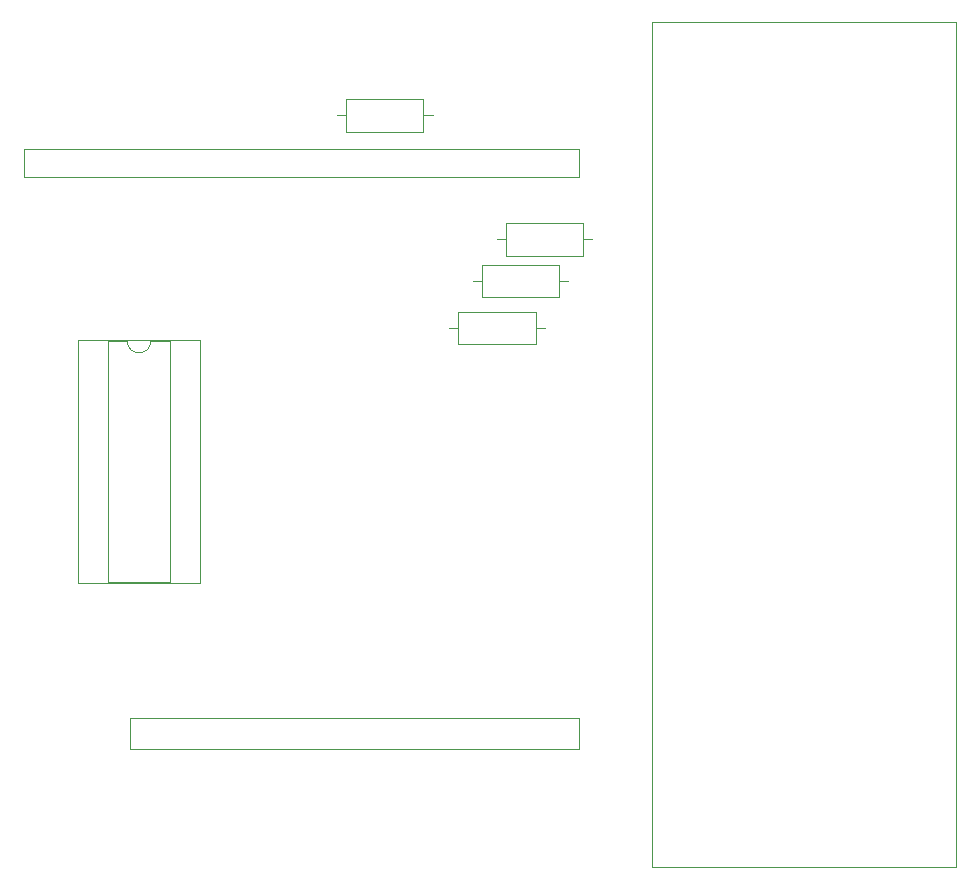
<source format=gto>
%TF.GenerationSoftware,KiCad,Pcbnew,8.0.4-8.0.4-0~ubuntu24.04.1*%
%TF.CreationDate,2024-08-14T22:18:35+02:00*%
%TF.ProjectId,test_pcb,74657374-5f70-4636-922e-6b696361645f,rev?*%
%TF.SameCoordinates,Original*%
%TF.FileFunction,Legend,Top*%
%TF.FilePolarity,Positive*%
%FSLAX46Y46*%
G04 Gerber Fmt 4.6, Leading zero omitted, Abs format (unit mm)*
G04 Created by KiCad (PCBNEW 8.0.4-8.0.4-0~ubuntu24.04.1) date 2024-08-14 22:18:35*
%MOMM*%
%LPD*%
G01*
G04 APERTURE LIST*
%ADD10C,0.120000*%
%ADD11C,0.100000*%
%ADD12C,1.600000*%
%ADD13O,1.600000X1.600000*%
%ADD14R,1.700000X1.600000*%
%ADD15R,1.600000X1.600000*%
G04 APERTURE END LIST*
D10*
X155040000Y-69000000D02*
X154270000Y-69000000D01*
X154270000Y-70370000D02*
X154270000Y-67630000D01*
X154270000Y-67630000D02*
X147730000Y-67630000D01*
X147730000Y-70370000D02*
X154270000Y-70370000D01*
X147730000Y-67630000D02*
X147730000Y-70370000D01*
X146960000Y-69000000D02*
X147730000Y-69000000D01*
X156460000Y-87000000D02*
X157230000Y-87000000D01*
X157230000Y-85630000D02*
X157230000Y-88370000D01*
X157230000Y-88370000D02*
X163770000Y-88370000D01*
X163770000Y-85630000D02*
X157230000Y-85630000D01*
X163770000Y-88370000D02*
X163770000Y-85630000D01*
X164540000Y-87000000D02*
X163770000Y-87000000D01*
X158460000Y-83000000D02*
X159230000Y-83000000D01*
X159230000Y-81630000D02*
X159230000Y-84370000D01*
X159230000Y-84370000D02*
X165770000Y-84370000D01*
X165770000Y-81630000D02*
X159230000Y-81630000D01*
X165770000Y-84370000D02*
X165770000Y-81630000D01*
X166540000Y-83000000D02*
X165770000Y-83000000D01*
D11*
X173650000Y-132650000D02*
X199350000Y-132650000D01*
X199350000Y-61050000D01*
X173650000Y-61050000D01*
X173650000Y-132650000D01*
D10*
X168540000Y-79500000D02*
X167770000Y-79500000D01*
X167770000Y-80870000D02*
X167770000Y-78130000D01*
X167770000Y-78130000D02*
X161230000Y-78130000D01*
X161230000Y-80870000D02*
X167770000Y-80870000D01*
X161230000Y-78130000D02*
X161230000Y-80870000D01*
X160460000Y-79500000D02*
X161230000Y-79500000D01*
D11*
X120440000Y-71800000D02*
X167440000Y-71800000D01*
X167440000Y-74200000D01*
X120440000Y-74200000D01*
X120440000Y-71800000D01*
X129440000Y-120000000D02*
X167440000Y-120000000D01*
X167440000Y-122600000D01*
X129440000Y-122600000D01*
X129440000Y-120000000D01*
D10*
X131190000Y-88090000D02*
G75*
G02*
X129190000Y-88090000I-1000000J0D01*
G01*
X135330000Y-108590000D02*
X135330000Y-88030000D01*
X135330000Y-88030000D02*
X125050000Y-88030000D01*
X132840000Y-108530000D02*
X132840000Y-88090000D01*
X132840000Y-88090000D02*
X131190000Y-88090000D01*
X129190000Y-88090000D02*
X127540000Y-88090000D01*
X127540000Y-108530000D02*
X132840000Y-108530000D01*
X127540000Y-88090000D02*
X127540000Y-108530000D01*
X125050000Y-108590000D02*
X135330000Y-108590000D01*
X125050000Y-88030000D02*
X125050000Y-108590000D01*
%LPC*%
D12*
X156080000Y-69000000D03*
D13*
X145920000Y-69000000D03*
D12*
X155420000Y-87000000D03*
D13*
X165580000Y-87000000D03*
D12*
X157420000Y-83000000D03*
D13*
X167580000Y-83000000D03*
D14*
X197500000Y-103200000D03*
D12*
X197500000Y-100660000D03*
X197500000Y-98120000D03*
X197500000Y-95580000D03*
X197500000Y-93040000D03*
X197500000Y-90500000D03*
X175500000Y-90500000D03*
X175500000Y-93040000D03*
X175500000Y-95580000D03*
X175500000Y-98120000D03*
X175500000Y-100660000D03*
X175500000Y-103200000D03*
D13*
X169580000Y-79500000D03*
D12*
X159420000Y-79500000D03*
D15*
X130720000Y-121260000D03*
D13*
X133260000Y-121260000D03*
X135800000Y-121260000D03*
X138340000Y-121260000D03*
X140880000Y-121260000D03*
X143420000Y-121260000D03*
X145960000Y-121260000D03*
X148500000Y-121260000D03*
X153580000Y-121260000D03*
X156120000Y-121260000D03*
X158660000Y-121260000D03*
X161200000Y-121260000D03*
X163740000Y-121260000D03*
X166280000Y-121260000D03*
X166280000Y-73000000D03*
X163740000Y-73000000D03*
X161200000Y-73000000D03*
X158660000Y-73000000D03*
X156120000Y-73000000D03*
X153580000Y-73000000D03*
X151040000Y-73000000D03*
X148500000Y-73000000D03*
X144440000Y-73000000D03*
X141900000Y-73000000D03*
X139360000Y-73000000D03*
X136820000Y-73000000D03*
X134280000Y-73000000D03*
X131740000Y-73000000D03*
X129200000Y-73000000D03*
X126660000Y-73000000D03*
X124120000Y-73000000D03*
X121580000Y-73000000D03*
X134000000Y-89420000D03*
X134000000Y-91960000D03*
X134000000Y-94500000D03*
X134000000Y-97040000D03*
X134000000Y-99580000D03*
X134000000Y-102120000D03*
X134000000Y-104660000D03*
X134000000Y-107200000D03*
X126380000Y-107200000D03*
X126380000Y-104660000D03*
X126380000Y-102120000D03*
X126380000Y-99580000D03*
X126380000Y-97040000D03*
X126380000Y-94500000D03*
X126380000Y-91960000D03*
D15*
X126380000Y-89420000D03*
%LPD*%
M02*

</source>
